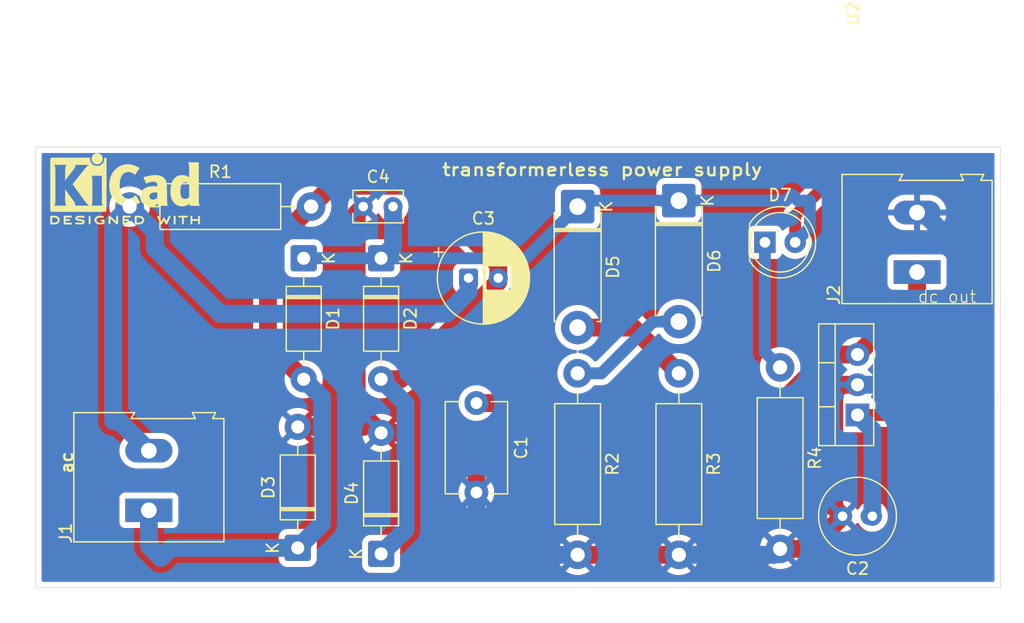
<source format=kicad_pcb>
(kicad_pcb (version 20241229) (generator "pcbnew") (generator_version "9.0")
  (layers (0 "F.Cu" signal) (2 "B.Cu" signal) (13 "F.Paste" user) (15 "B.Paste" user) (5 "F.SilkS" user "F.Silkscreen") (7 "B.SilkS" user "B.Silkscreen") (1 "F.Mask" user) (3 "B.Mask" user) (25 "Edge.Cuts" user))
  (net 0 "")
  (net 1 "GND")
  (net 2 "/5V")
  (net 3 "Net-(D1-K)")
  (net 4 "Net-(D1-A)")
  (net 5 "Net-(J1-Pin_2)")
  (net 6 "Net-(D5-A)")
  (net 7 "Net-(D6-A)")
  (net 8 "Net-(D7-K)")
  (footprint "TerminalBlock:TerminalBlock_Altech_AK300-2_P5.00mm" (layer "F.Cu") (at 186 69.5 90)
    (property "Reference" "J2" (at -1.92 -6.99 90) (layer "F.SilkS"))
    (property "Value" "Screw_Terminal_01x02")
    (pad "1" thru_hole rect (at 0 0 90) (size 1.98 3.96) (drill 1.32) (layers "*.Cu" "*.Mask") (net 2 "/5V"))
    (pad "2" thru_hole oval (at 5 0 90) (size 1.98 3.96) (drill 1.32) (layers "*.Cu" "*.Mask") (net 1 "GND"))
  )
  (footprint "Resistor_THT:R_Axial_DIN0411_L9.9mm_D3.6mm_P15.24mm_Horizontal" (layer "F.Cu") (at 166 78 -90)
    (property "Reference" "R3" (at 7.62 -2.92 90) (layer "F.SilkS"))
    (property "Value" "1k")
    (pad "1" thru_hole circle (at 0 0 270) (size 2.4 2.4) (drill 1.2) (layers "*.Cu" "*.Mask") (net 6 "Net-(D5-A)"))
    (pad "2" thru_hole circle (at 15.24 0 270) (size 2.4 2.4) (drill 1.2) (layers "*.Cu" "*.Mask") (net 1 "GND"))
  )
  (footprint "Capacitor_THT:C_Disc_D7.5mm_W5.0mm_P7.50mm" (layer "F.Cu") (at 149 80.5 -90)
    (property "Reference" "C1" (at 3.75 -3.75 90) (layer "F.SilkS"))
    (property "Value" "C_Polarized")
    (pad "1" thru_hole circle (at 0 0 270) (size 2 2) (drill 1) (layers "*.Cu" "*.Mask") (net 2 "/5V"))
    (pad "2" thru_hole circle (at 7.5 0 270) (size 2 2) (drill 1) (layers "*.Cu" "*.Mask") (net 1 "GND"))
  )
  (footprint "Resistor_THT:R_Axial_DIN0411_L9.9mm_D3.6mm_P15.24mm_Horizontal" (layer "F.Cu") (at 119.88 64)
    (property "Reference" "R1" (at 7.62 -2.92 0) (layer "F.SilkS"))
    (property "Value" "2M")
    (pad "1" thru_hole circle (at 0 0) (size 2.4 2.4) (drill 1.2) (layers "*.Cu" "*.Mask") (net 5 "Net-(J1-Pin_2)"))
    (pad "2" thru_hole circle (at 15.24 0) (size 2.4 2.4) (drill 1.2) (layers "*.Cu" "*.Mask") (net 4 "Net-(D1-A)"))
  )
  (footprint "Diode_THT:D_DO-41_SOD81_P10.16mm_Horizontal" (layer "F.Cu") (at 141 68.34 -90)
    (property "Reference" "D2" (at 5.08 -2.47 90) (layer "F.SilkS"))
    (property "Value" "1N4001")
    (fp_text user "K" (at 0 -2.1 90) (layer "F.SilkS"))
    (pad "1" thru_hole roundrect (at 0 0 270) (size 2.2 2.2) (drill 1.1) (layers "*.Cu" "*.Mask") (roundrect_rratio 0.113636) (net 3 "Net-(D1-K)"))
    (pad "2" thru_hole circle (at 10.16 0 270) (size 2.2 2.2) (drill 1.1) (layers "*.Cu" "*.Mask") (net 4 "Net-(D1-A)"))
  )
  (footprint "Capacitor_THT:C_Rect_L4.0mm_W2.5mm_P2.50mm" (layer "F.Cu") (at 139.5 64)
    (property "Reference" "C4" (at 1.25 -2.5 0) (layer "F.SilkS"))
    (property "Value" "2.2uF")
    (pad "1" thru_hole circle (at 0 0) (size 1.6 1.6) (drill 0.8) (layers "*.Cu" "*.Mask") (net 1 "GND"))
    (pad "2" thru_hole circle (at 2.5 0) (size 1.6 1.6) (drill 0.8) (layers "*.Cu" "*.Mask") (net 3 "Net-(D1-K)"))
  )
  (footprint "Resistor_THT:R_Axial_DIN0411_L9.9mm_D3.6mm_P15.24mm_Horizontal" (layer "F.Cu") (at 174.5 77.5 -90)
    (property "Reference" "R4" (at 7.62 -2.92 90) (layer "F.SilkS"))
    (property "Value" "1k")
    (pad "1" thru_hole circle (at 0 0 270) (size 2.4 2.4) (drill 1.2) (layers "*.Cu" "*.Mask") (net 8 "Net-(D7-K)"))
    (pad "2" thru_hole circle (at 15.24 0 270) (size 2.4 2.4) (drill 1.2) (layers "*.Cu" "*.Mask") (net 1 "GND"))
  )
  (footprint "Capacitor_THT:CP_Radial_D7.5mm_P2.50mm" (layer "F.Cu") (at 148.338606 70)
    (property "Reference" "C3" (at 1.25 -5 0) (layer "F.SilkS"))
    (property "Value" "2.2uF")
    (pad "1" thru_hole roundrect (at 0 0) (size 1.6 1.6) (drill 0.8) (layers "*.Cu" "*.Mask") (roundrect_rratio 0.15625) (net 5 "Net-(J1-Pin_2)"))
    (pad "2" thru_hole circle (at 2.5 0) (size 1.6 1.6) (drill 0.8) (layers "*.Cu" "*.Mask") (net 4 "Net-(D1-A)"))
  )
  (footprint "Resistor_THT:R_Axial_DIN0411_L9.9mm_D3.6mm_P15.24mm_Horizontal" (layer "F.Cu") (at 157.5 78 -90)
    (property "Reference" "R2" (at 7.62 -2.92 90) (layer "F.SilkS"))
    (property "Value" "1k")
    (pad "1" thru_hole circle (at 0 0 270) (size 2.4 2.4) (drill 1.2) (layers "*.Cu" "*.Mask") (net 7 "Net-(D6-A)"))
    (pad "2" thru_hole circle (at 15.24 0 270) (size 2.4 2.4) (drill 1.2) (layers "*.Cu" "*.Mask") (net 1 "GND"))
  )
  (footprint "Diode_THT:D_DO-41_SOD81_P10.16mm_Horizontal" (layer "F.Cu") (at 134 92.66 90)
    (property "Reference" "D3" (at 5.08 -2.47 90) (layer "F.SilkS"))
    (property "Value" "1N4001")
    (fp_text user "K" (at 0 -2.1 90) (layer "F.SilkS"))
    (pad "1" thru_hole roundrect (at 0 0 90) (size 2.2 2.2) (drill 1.1) (layers "*.Cu" "*.Mask") (roundrect_rratio 0.113636) (net 4 "Net-(D1-A)"))
    (pad "2" thru_hole circle (at 10.16 0 90) (size 2.2 2.2) (drill 1.1) (layers "*.Cu" "*.Mask") (net 1 "GND"))
  )
  (footprint "Symbol:Symbol_HighVoltage_Triangle_6x6mm_Copper" (layer "F.Cu") (at 116 92.5)
    (property "Reference" "REF**" (hide yes))
    (property "Value" "Symbol_HighVoltage_Triangle_6x6mm_Copper" (hide yes))
    (fp_line (start -3 2.6) (end 0 -2.6) (stroke (width 0.4)) (layer "F.Cu"))
    (fp_line (start -2.456839 2.564632) (end -2.723161 2.155368) (stroke (width 0.2)) (layer "F.Cu"))
    (fp_line (start -0.28 0.03) (end -0.08 0.21) (stroke (width 0.2)) (layer "F.Cu"))
    (fp_line (start -0.26 1.36) (end 0.21 1.46) (stroke (width 0.1016)) (layer "F.Cu"))
    (fp_line (start -0.135 0.295) (end 0.115 0.465) (stroke (width 0.2)) (layer "F.Cu"))
    (fp_line (start -0.125 -2.14) (end 0.125 -2.14) (stroke (width 0.2)) (layer "F.Cu"))
    (fp_line (start 0 -2.6) (end 3 2.6) (stroke (width 0.4)) (layer "F.Cu"))
    (fp_line (start 2.466839 2.564632) (end 2.733161 2.155368) (stroke (width 0.2)) (layer "F.Cu"))
    (fp_line (start 3 2.6) (end -3 2.6) (stroke (width 0.4)) (layer "F.Cu"))
    (fp_poly (pts (xy -0.321167 0.284) (xy 0.5255 -0.171083) (xy 0.04925 1.564583) (xy 0.292667 1.416417) (xy -0.14125 2.062) (xy -0.3 1.3) (xy -0.130667 1.532834) (xy 0.070417 0.273417) (xy -0.7445 0.707334) (xy -0.215334 -1.165916) (xy 0.30325 -1.165916)) (stroke (width 0.1)) (fill yes) (layer "F.Cu"))
  )
  (footprint "Symbol:KiCad-Logo2_5mm_SilkScreen" (layer "F.Cu") (at 119.5 62.5)
    (property "Reference" "REF**" (hide yes))
    (property "Value" "KiCad-Logo2_5mm_SilkScreen" (hide yes))
  )
  (footprint "Diode_THT:D_5W_P10.16mm_Horizontal" (layer "F.Cu") (at 157.5 64 -90)
    (property "Reference" "D5" (at 5.08 -2.97 90) (layer "F.SilkS"))
    (property "Value" "D_Zener")
    (fp_text user "K" (at 0 -2.4 90) (layer "F.SilkS"))
    (pad "1" thru_hole roundrect (at 0 0 270) (size 2.8 2.8) (drill 1.4) (layers "*.Cu" "*.Mask") (roundrect_rratio 0.089286) (net 3 "Net-(D1-K)"))
    (pad "2" thru_hole circle (at 10.16 0 270) (size 2.8 2.8) (drill 1.4) (layers "*.Cu" "*.Mask") (net 6 "Net-(D5-A)"))
  )
  (footprint "Diode_THT:D_DO-41_SOD81_P10.16mm_Horizontal" (layer "F.Cu") (at 134.5 68.34 -90)
    (property "Reference" "D1" (at 5.08 -2.47 90) (layer "F.SilkS"))
    (property "Value" "1N4001")
    (fp_text user "K" (at 0 -2.1 90) (layer "F.SilkS"))
    (pad "1" thru_hole roundrect (at 0 0 270) (size 2.2 2.2) (drill 1.1) (layers "*.Cu" "*.Mask") (roundrect_rratio 0.113636) (net 3 "Net-(D1-K)"))
    (pad "2" thru_hole circle (at 10.16 0 270) (size 2.2 2.2) (drill 1.1) (layers "*.Cu" "*.Mask") (net 4 "Net-(D1-A)"))
  )
  (footprint "LED_THT:LED_D5.0mm" (layer "F.Cu") (at 173.225 67)
    (property "Reference" "D7" (at 1.27 -3.96 0) (layer "F.SilkS"))
    (property "Value" "LED")
    (pad "1" thru_hole rect (at 0 0) (size 1.8 1.8) (drill 0.9) (layers "*.Cu" "*.Mask") (net 8 "Net-(D7-K)"))
    (pad "2" thru_hole circle (at 2.54 0) (size 1.8 1.8) (drill 0.9) (layers "*.Cu" "*.Mask") (net 3 "Net-(D1-K)"))
  )
  (footprint "TerminalBlock:TerminalBlock_Altech_AK300-2_P5.00mm" (layer "F.Cu") (at 121.5 89.5 90)
    (property "Reference" "J1" (at -1.92 -6.99 90) (layer "F.SilkS"))
    (property "Value" "Screw_Terminal_01x02")
    (pad "1" thru_hole rect (at 0 0 90) (size 1.98 3.96) (drill 1.32) (layers "*.Cu" "*.Mask") (net 4 "Net-(D1-A)"))
    (pad "2" thru_hole oval (at 5 0 90) (size 1.98 3.96) (drill 1.32) (layers "*.Cu" "*.Mask") (net 5 "Net-(J1-Pin_2)"))
  )
  (footprint "Diode_THT:D_5W_P10.16mm_Horizontal" (layer "F.Cu") (at 166 63.5 -90)
    (property "Reference" "D6" (at 5.08 -2.97 90) (layer "F.SilkS"))
    (property "Value" "D_Zener")
    (fp_text user "K" (at 0 -2.4 90) (layer "F.SilkS"))
    (pad "1" thru_hole roundrect (at 0 0 270) (size 2.8 2.8) (drill 1.4) (layers "*.Cu" "*.Mask") (roundrect_rratio 0.089286) (net 3 "Net-(D1-K)"))
    (pad "2" thru_hole circle (at 10.16 0 270) (size 2.8 2.8) (drill 1.4) (layers "*.Cu" "*.Mask") (net 7 "Net-(D6-A)"))
  )
  (footprint "Diode_THT:D_DO-41_SOD81_P10.16mm_Horizontal" (layer "F.Cu") (at 141 93.16 90)
    (property "Reference" "D4" (at 5.08 -2.47 90) (layer "F.SilkS"))
    (property "Value" "1N4001")
    (fp_text user "K" (at 0 -2.1 90) (layer "F.SilkS"))
    (pad "1" thru_hole roundrect (at 0 0 90) (size 2.2 2.2) (drill 1.1) (layers "*.Cu" "*.Mask") (roundrect_rratio 0.113636) (net 4 "Net-(D1-A)"))
    (pad "2" thru_hole circle (at 10.16 0 90) (size 2.2 2.2) (drill 1.1) (layers "*.Cu" "*.Mask") (net 1 "GND"))
  )
  (footprint "Capacitor_THT:C_Radial_D6.3mm_H5.0mm_P2.50mm" (layer "F.Cu") (at 182.25 90 180)
    (property "Reference" "C2" (at 1.25 -4.4 0) (layer "F.SilkS"))
    (property "Value" "C_Polarized")
    (pad "1" thru_hole circle (at 0 0 180) (size 1.6 1.6) (drill 0.8) (layers "*.Cu" "*.Mask") (net 3 "Net-(D1-K)"))
    (pad "2" thru_hole circle (at 2.5 0 180) (size 1.6 1.6) (drill 0.8) (layers "*.Cu" "*.Mask") (net 1 "GND"))
  )
  (footprint "Package_TO_SOT_THT:TO-220-3_Vertical" (layer "F.Cu") (at 181 81.5 90)
    (property "Reference" "U2" (at 33.72 -0.39 90) (layer "F.SilkS"))
    (property "Value" "LM7805_TO220")
    (pad "1" thru_hole rect (at 0 0 90) (size 1.905 2) (drill 1.1) (layers "*.Cu" "*.Mask") (net 3 "Net-(D1-K)"))
    (pad "2" thru_hole oval (at 2.54 0 90) (size 1.905 2) (drill 1.1) (layers "*.Cu" "*.Mask") (net 1 "GND"))
    (pad "3" thru_hole oval (at 5.08 0 90) (size 1.905 2) (drill 1.1) (layers "*.Cu" "*.Mask") (net 2 "/5V"))
  )
  (gr_circle (center 193 96) (end 193 96) (stroke (width 0.05)) (fill no) (layer "Edge.Cuts"))
  (gr_rect (start 112 59) (end 193 96) (stroke (width 0.05)) (fill no) (layer "Edge.Cuts"))
  (gr_text "ac" (at 115.2 86.5 90) (layer "F.SilkS") (effects (font (size 1 1) (thickness 0.2) (bold yes)) (justify left bottom)))
  (gr_text "transformerless power supply" (at 146 61.5 0) (layer "F.SilkS") (effects (font (size 1 1.2) (thickness 0.2) (bold yes)) (justify left bottom)))
  (gr_text "dc out " (at 186 72.15 0) (layer "F.SilkS") (effects (font (size 1 1) (thickness 0.1)) (justify left bottom)))
  (segment (start 138.949 80.949) (end 140 82) (width 1.5) (layer "F.Cu") (net 1))
  (segment (start 179.6855 78.96) (end 181 78.96) (width 1.5) (layer "F.Cu") (net 1))
  (segment (start 179.75 90) (end 179.049 89.299) (width 1.5) (layer "F.Cu") (net 1))
  (segment (start 140 82) (end 141 83) (width 1.5) (layer "F.Cu") (net 1))
  (segment (start 134 82.5) (end 139.5 82.5) (width 1.5) (layer "F.Cu") (net 1))
  (segment (start 174.5 92.74) (end 177.01 92.74) (width 1.5) (layer "F.Cu") (net 1))
  (segment (start 179.049 89.299) (end 179.049 79.5965) (width 1.5) (layer "F.Cu") (net 1))
  (segment (start 138.949 64.551) (end 138.949 80.949) (width 1.5) (layer "F.Cu") (net 1))
  (segment (start 147 83) (end 141 83) (width 1.5) (layer "F.Cu") (net 1))
  (segment (start 149 85) (end 147 83) (width 1.5) (layer "F.Cu") (net 1))
  (segment (start 139.5 64) (end 138.949 64.551) (width 1.5) (layer "F.Cu") (net 1))
  (segment (start 149 88) (end 149 85) (width 1.5) (layer "F.Cu") (net 1))
  (segment (start 177.01 92.74) (end 179.75 90) (width 1.5) (layer "F.Cu") (net 1))
  (segment (start 179.049 79.5965) (end 179.6855 78.96) (width 1.5) (layer "F.Cu") (net 1))
  (segment (start 157.5 93.24) (end 166 93.24) (width 1.5) (layer "F.Cu") (net 1))
  (segment (start 139.5 82.5) (end 140 82) (width 1.5) (layer "F.Cu") (net 1))
  (segment (start 150.26 93.24) (end 157.5 93.24) (width 1.5) (layer "B.Cu") (net 1))
  (segment (start 149 93.5) (end 149.5 94) (width 1.5) (layer "B.Cu") (net 1))
  (segment (start 181 78.96) (end 187.54 78.96) (width 1.5) (layer "B.Cu") (net 1))
  (segment (start 166 93.24) (end 174 93.24) (width 1.5) (layer "B.Cu") (net 1))
  (segment (start 149 88) (end 149 93.5) (width 1.5) (layer "B.Cu") (net 1))
  (segment (start 174 93.24) (end 174.5 92.74) (width 1.5) (layer "B.Cu") (net 1))
  (segment (start 189.5 67.5) (end 186.5 64.5) (width 1.5) (layer "B.Cu") (net 1))
  (segment (start 189.5 77) (end 189.5 67.5) (width 1.5) (layer "B.Cu") (net 1))
  (segment (start 149.5 94) (end 150.26 93.24) (width 1.5) (layer "B.Cu") (net 1))
  (segment (start 187.54 78.96) (end 189.5 77) (width 1.5) (layer "B.Cu") (net 1))
  (segment (start 186.5 64.5) (end 186 64.5) (width 1.5) (layer "B.Cu") (net 1))
  (segment (start 174.541974 80.5) (end 178.621974 76.42) (width 1.5) (layer "F.Cu") (net 2))
  (segment (start 149 80.5) (end 174.541974 80.5) (width 1.5) (layer "F.Cu") (net 2))
  (segment (start 186 71.42) (end 181 76.42) (width 1.5) (layer "F.Cu") (net 2))
  (segment (start 178.621974 76.42) (end 181 76.42) (width 1.5) (layer "F.Cu") (net 2))
  (segment (start 186 69.5) (end 186 71.42) (width 1.5) (layer "F.Cu") (net 2))
  (segment (start 189 81.5) (end 181 81.5) (width 1) (layer "F.Cu") (net 3))
  (segment (start 190.5 62) (end 192 63.5) (width 1) (layer "F.Cu") (net 3))
  (segment (start 190.5 81) (end 189.5 81) (width 1) (layer "F.Cu") (net 3))
  (segment (start 192 79.5) (end 190.5 81) (width 1) (layer "F.Cu") (net 3))
  (segment (start 189.5 81) (end 189 81.5) (width 1) (layer "F.Cu") (net 3))
  (segment (start 175.765 67) (end 175.765 64.735) (width 1) (layer "F.Cu") (net 3))
  (segment (start 178.5 62) (end 190.5 62) (width 1) (layer "F.Cu") (net 3))
  (segment (start 192 63.5) (end 192 79.5) (width 1) (layer "F.Cu") (net 3))
  (segment (start 175.765 64.735) (end 178.5 62) (width 1) (layer "F.Cu") (net 3))
  (segment (start 182.25 90) (end 182 90) (width 1.5) (layer "B.Cu") (net 3))
  (segment (start 142 64) (end 142 67.34) (width 1.5) (layer "B.Cu") (net 3))
  (segment (start 176 63.5) (end 175.5 63) (width 1) (layer "B.Cu") (net 3))
  (segment (start 177 63.5) (end 176 63.5) (width 1) (layer "B.Cu") (net 3))
  (segment (start 153.16 68.34) (end 157.5 64) (width 1) (layer "B.Cu") (net 3))
  (segment (start 175 63.5) (end 166 63.5) (width 1) (layer "B.Cu") (net 3))
  (segment (start 182.25 90) (end 182.25 82.75) (width 1.5) (layer "B.Cu") (net 3))
  (segment (start 166 63.5) (end 158 63.5) (width 1) (layer "B.Cu") (net 3))
  (segment (start 175.5 63) (end 175 63.5) (width 1) (layer "B.Cu") (net 3))
  (segment (start 141 68.34) (end 134.5 68.34) (width 1) (layer "B.Cu") (net 3))
  (segment (start 175.765 67) (end 177 65.765) (width 1) (layer "B.Cu") (net 3))
  (segment (start 142 67.34) (end 141 68.34) (width 1.5) (layer "B.Cu") (net 3))
  (segment (start 177 65.765) (end 177 63.5) (width 1) (layer "B.Cu") (net 3))
  (segment (start 141 68.34) (end 153.16 68.34) (width 1) (layer "B.Cu") (net 3))
  (segment (start 158 63.5) (end 157.5 64) (width 1) (layer "B.Cu") (net 3))
  (segment (start 182.25 82.75) (end 181 81.5) (width 1.5) (layer "B.Cu") (net 3))
  (segment (start 150.838606 70.305398) (end 150.838606 70) (width 1.5) (layer "F.Cu") (net 4))
  (segment (start 136.871 62.249) (end 135.12 64) (width 1.5) (layer "F.Cu") (net 4))
  (segment (start 144.218976 62.249) (end 136.871 62.249) (width 1.5) (layer "F.Cu") (net 4))
  (segment (start 142.644004 78.5) (end 150.838606 70.305398) (width 1.5) (layer "F.Cu") (net 4))
  (segment (start 134.5 78.5) (end 131.5 75.5) (width 1.5) (layer "F.Cu") (net 4))
  (segment (start 150.838606 70) (end 150.838606 68.86863) (width 1.5) (layer "F.Cu") (net 4))
  (segment (start 131.5 67.62) (end 135.12 64) (width 1.5) (layer "F.Cu") (net 4))
  (segment (start 131.5 75.5) (end 131.5 67.62) (width 1.5) (layer "F.Cu") (net 4))
  (segment (start 150.838606 68.86863) (end 144.218976 62.249) (width 1.5) (layer "F.Cu") (net 4))
  (segment (start 141 78.5) (end 142.644004 78.5) (width 1.5) (layer "F.Cu") (net 4))
  (segment (start 141 78.5) (end 140.65 78.5) (width 1.5) (layer "F.Cu") (net 4))
  (segment (start 143.051 80.551) (end 143.051 91.109) (width 1.5) (layer "B.Cu") (net 4))
  (segment (start 134.5 78.5) (end 136.051 80.051) (width 1.5) (layer "B.Cu") (net 4))
  (segment (start 122.5 93.5) (end 123.34 92.66) (width 1.5) (layer "B.Cu") (net 4))
  (segment (start 121.5 89.5) (end 121.5 92.5) (width 1.5) (layer "B.Cu") (net 4))
  (segment (start 121.5 92.5) (end 122.5 93.5) (width 1.5) (layer "B.Cu") (net 4))
  (segment (start 136.051 90.609) (end 134 92.66) (width 1.5) (layer "B.Cu") (net 4))
  (segment (start 123.34 92.66) (end 134 92.66) (width 1.5) (layer "B.Cu") (net 4))
  (segment (start 143.051 91.109) (end 141 93.16) (width 1.5) (layer "B.Cu") (net 4))
  (segment (start 136.051 80.051) (end 136.051 90.609) (width 1.5) (layer "B.Cu") (net 4))
  (segment (start 141 78.5) (end 143.051 80.551) (width 1.5) (layer "B.Cu") (net 4))
  (segment (start 127.5 73) (end 146.5 73) (width 1.5) (layer "B.Cu") (net 5))
  (segment (start 122 66.12) (end 122 67.5) (width 1.5) (layer "B.Cu") (net 5))
  (segment (start 122 67.5) (end 127.5 73) (width 1.5) (layer "B.Cu") (net 5))
  (segment (start 146.5 73) (end 148.338606 71.161394) (width 1.5) (layer "B.Cu") (net 5))
  (segment (start 119 82) (end 118.5 82) (width 1.5) (layer "B.Cu") (net 5))
  (segment (start 148.338606 71.161394) (end 148.338606 70) (width 1.5) (layer "B.Cu") (net 5))
  (segment (start 119.88 64) (end 122 66.12) (width 1.5) (layer "B.Cu") (net 5))
  (segment (start 121.5 84.5) (end 119 82) (width 1.5) (layer "B.Cu") (net 5))
  (segment (start 118.5 82) (end 118.5 65.38) (width 1.5) (layer "B.Cu") (net 5))
  (segment (start 118.5 65.38) (end 119.88 64) (width 1.5) (layer "B.Cu") (net 5))
  (segment (start 157.5 74.16) (end 162.16 74.16) (width 1.5) (layer "F.Cu") (net 6))
  (segment (start 162.16 74.16) (end 166 78) (width 1.5) (layer "F.Cu") (net 6))
  (segment (start 159.5 78) (end 157.5 78) (width 1) (layer "B.Cu") (net 7))
  (segment (start 166 73.66) (end 163.84 73.66) (width 1) (layer "B.Cu") (net 7))
  (segment (start 163.84 73.66) (end 159.5 78) (width 1) (layer "B.Cu") (net 7))
  (segment (start 173.225 67) (end 173.225 76.225) (width 1) (layer "B.Cu") (net 8))
  (segment (start 173.225 76.225) (end 174.5 77.5) (width 1) (layer "B.Cu") (net 8))
  (zone (net 1) (net_name "GND") (layers "F.Cu" "B.Cu") (connect_pads (clearance 0.5)) (min_thickness 0.25) (fill yes (thermal_gap 0.5) (thermal_bridge_width 0.5))
    (polygon (pts (xy 110 55) (xy 195 55) (xy 195 99) (xy 109 97.5) (xy 110 55.5)))
  )
)
</source>
